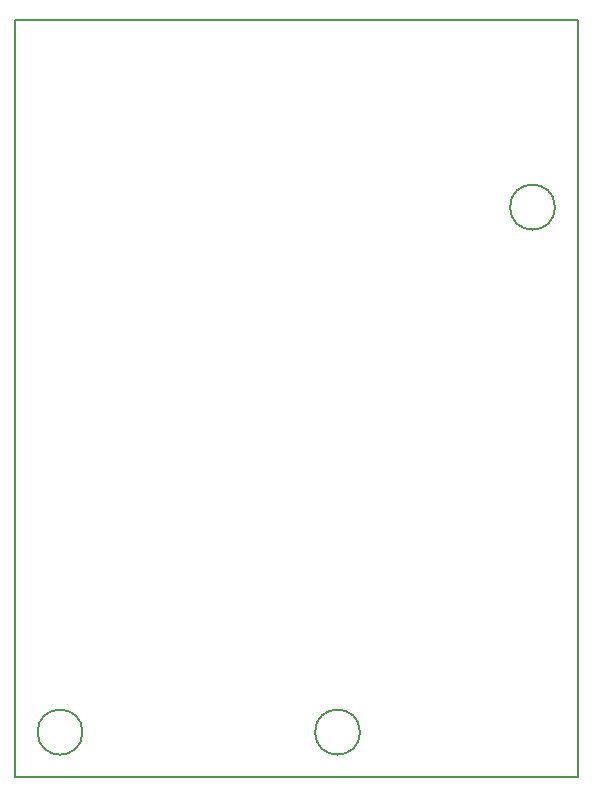
<source format=gbr>
G04 #@! TF.FileFunction,Profile,NP*
%FSLAX46Y46*%
G04 Gerber Fmt 4.6, Leading zero omitted, Abs format (unit mm)*
G04 Created by KiCad (PCBNEW 4.0.5) date Monday, October 01, 2018 'PMt' 09:05:40 PM*
%MOMM*%
%LPD*%
G01*
G04 APERTURE LIST*
%ADD10C,0.100000*%
%ADD11C,0.150000*%
G04 APERTURE END LIST*
D10*
D11*
X234315000Y-97155000D02*
G75*
G03X234315000Y-97155000I-1905000J0D01*
G01*
X217805000Y-141605000D02*
G75*
G03X217805000Y-141605000I-1905000J0D01*
G01*
X194310000Y-141605000D02*
G75*
G03X194310000Y-141605000I-1905000J0D01*
G01*
X188595000Y-81280000D02*
X236220000Y-81280000D01*
X188595000Y-145415000D02*
X236220000Y-145415000D01*
X236220000Y-81280000D02*
X236220000Y-145415000D01*
X188595000Y-81280000D02*
X188595000Y-145415000D01*
M02*

</source>
